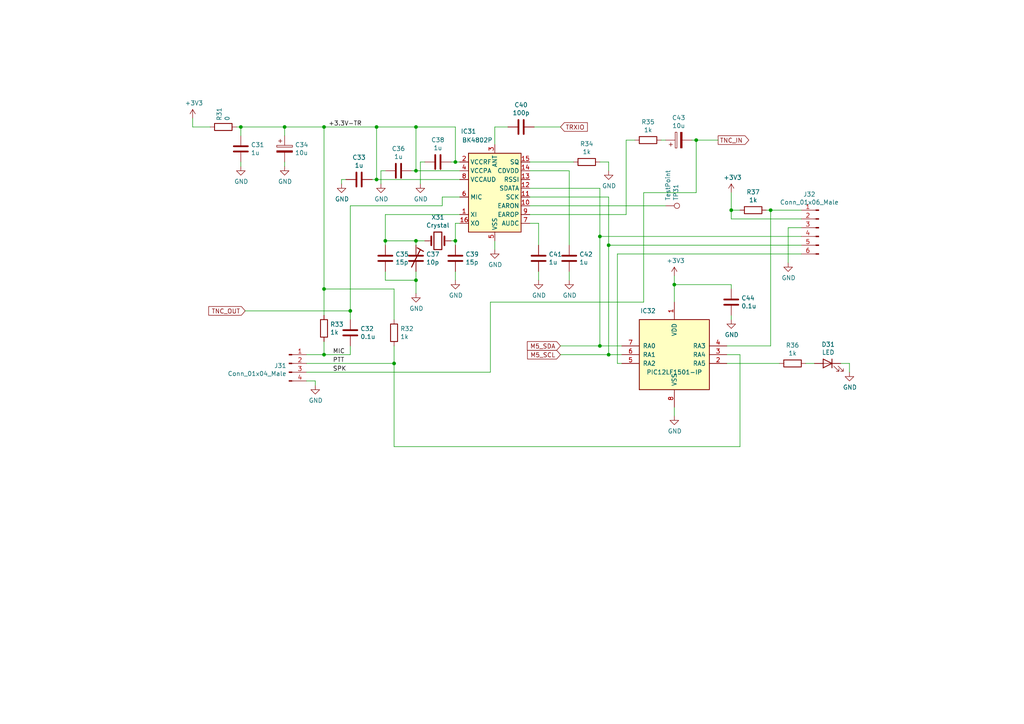
<source format=kicad_sch>
(kicad_sch (version 20211123) (generator eeschema)
  (paper "A4")
  (lib_symbols
    (symbol "Connector:Conn_01x04_Male" (pin_names (offset 1.016) hide)
      (property "Reference" "J" (at 0 5.08 0))
      (property "Value" "Conn_01x04_Male" (at 0 -7.62 0))
      (symbol "Conn_01x04_Male_1_1"
        (polyline (pts (xy 1.27 -5.08) (xy 0.8636 -5.08)) (stroke (width 0.1524)))
        (polyline (pts (xy 1.27 -2.54) (xy 0.8636 -2.54)) (stroke (width 0.1524)))
        (polyline (pts (xy 1.27 0) (xy 0.8636 0)) (stroke (width 0.1524)))
        (polyline (pts (xy 1.27 2.54) (xy 0.8636 2.54)) (stroke (width 0.1524)))
        (rectangle (start 0.8636 -4.953) (end 0 -5.207) (stroke (width 0.1524)) (fill (type outline)))
        (rectangle (start 0.8636 -2.413) (end 0 -2.667) (stroke (width 0.1524)) (fill (type outline)))
        (rectangle (start 0.8636 0.127) (end 0 -0.127) (stroke (width 0.1524)) (fill (type outline)))
        (rectangle (start 0.8636 2.667) (end 0 2.413) (stroke (width 0.1524)) (fill (type outline)))
        (pin passive line (at 5.08 2.54 180) (length 3.81) (name "Pin_1") (number "1"))
        (pin passive line (at 5.08 0 180) (length 3.81) (name "Pin_2") (number "2"))
        (pin passive line (at 5.08 -2.54 180) (length 3.81) (name "Pin_3") (number "3"))
        (pin passive line (at 5.08 -5.08 180) (length 3.81) (name "Pin_4") (number "4"))
      )
    )
    (symbol "Connector:Conn_01x06_Male" (pin_names (offset 1.016) hide)
      (property "Reference" "J" (at 0 7.62 0))
      (property "Value" "Conn_01x06_Male" (at 0 -10.16 0))
      (symbol "Conn_01x06_Male_1_1"
        (polyline (pts (xy 1.27 -7.62) (xy 0.8636 -7.62)) (stroke (width 0.1524)))
        (polyline (pts (xy 1.27 -5.08) (xy 0.8636 -5.08)) (stroke (width 0.1524)))
        (polyline (pts (xy 1.27 -2.54) (xy 0.8636 -2.54)) (stroke (width 0.1524)))
        (polyline (pts (xy 1.27 0) (xy 0.8636 0)) (stroke (width 0.1524)))
        (polyline (pts (xy 1.27 2.54) (xy 0.8636 2.54)) (stroke (width 0.1524)))
        (polyline (pts (xy 1.27 5.08) (xy 0.8636 5.08)) (stroke (width 0.1524)))
        (rectangle (start 0.8636 -7.493) (end 0 -7.747) (stroke (width 0.1524)) (fill (type outline)))
        (rectangle (start 0.8636 -4.953) (end 0 -5.207) (stroke (width 0.1524)) (fill (type outline)))
        (rectangle (start 0.8636 -2.413) (end 0 -2.667) (stroke (width 0.1524)) (fill (type outline)))
        (rectangle (start 0.8636 0.127) (end 0 -0.127) (stroke (width 0.1524)) (fill (type outline)))
        (rectangle (start 0.8636 2.667) (end 0 2.413) (stroke (width 0.1524)) (fill (type outline)))
        (rectangle (start 0.8636 5.207) (end 0 4.953) (stroke (width 0.1524)) (fill (type outline)))
        (pin passive line (at 5.08 5.08 180) (length 3.81) (name "Pin_1") (number "1"))
        (pin passive line (at 5.08 2.54 180) (length 3.81) (name "Pin_2") (number "2"))
        (pin passive line (at 5.08 0 180) (length 3.81) (name "Pin_3") (number "3"))
        (pin passive line (at 5.08 -2.54 180) (length 3.81) (name "Pin_4") (number "4"))
        (pin passive line (at 5.08 -5.08 180) (length 3.81) (name "Pin_5") (number "5"))
        (pin passive line (at 5.08 -7.62 180) (length 3.81) (name "Pin_6") (number "6"))
      )
    )
    (symbol "Connector:TestPoint" (pin_numbers hide) (pin_names (offset 0.762) hide)
      (property "Reference" "TP" (at 0 6.858 0))
      (property "Value" "TestPoint" (at 0 5.08 0))
      (symbol "TestPoint_0_1"
        (circle (center 0 3.302) (radius 0.762))
      )
      (symbol "TestPoint_1_1"
        (pin passive line (at 0 0 90) (length 2.54) (name "1") (number "1"))
      )
    )
    (symbol "Device:C" (pin_numbers hide) (pin_names (offset 0.254))
      (property "Reference" "C" (at 0.635 2.54 0))
      (property "Value" "C" (at 0.635 -2.54 0))
      (symbol "C_0_1"
        (polyline (pts (xy -2.032 -0.762) (xy 2.032 -0.762)) (stroke (width 0.508)))
        (polyline (pts (xy -2.032 0.762) (xy 2.032 0.762)) (stroke (width 0.508)))
      )
      (symbol "C_1_1"
        (pin passive line (at 0 3.81 270) (length 2.794) (name "~") (number "1"))
        (pin passive line (at 0 -3.81 90) (length 2.794) (name "~") (number "2"))
      )
    )
    (symbol "Device:CP" (pin_numbers hide) (pin_names (offset 0.254))
      (property "Reference" "C" (at 0.635 2.54 0))
      (property "Value" "Device_CP" (at 0.635 -2.54 0))
      (symbol "CP_0_1"
        (rectangle (start -2.286 0.508) (end 2.286 1.016))
        (polyline (pts (xy -1.778 2.286) (xy -0.762 2.286)))
        (polyline (pts (xy -1.27 2.794) (xy -1.27 1.778)))
        (rectangle (start 2.286 -0.508) (end -2.286 -1.016) (fill (type outline)))
      )
      (symbol "CP_1_1"
        (pin passive line (at 0 3.81 270) (length 2.794) (name "~") (number "1"))
        (pin passive line (at 0 -3.81 90) (length 2.794) (name "~") (number "2"))
      )
    )
    (symbol "Device:CTRIM" (pin_numbers hide) (pin_names (offset 0.254) hide)
      (property "Reference" "C" (at 1.524 -2.032 0))
      (property "Value" "Device_CTRIM" (at 3.048 -3.556 0))
      (symbol "CTRIM_0_1"
        (polyline (pts (xy -2.032 -0.762) (xy 2.032 -0.762)) (stroke (width 0.508)))
        (polyline (pts (xy -2.032 0.762) (xy 2.032 0.762)) (stroke (width 0.508)))
        (polyline (pts (xy 1.27 2.54) (xy -1.27 -2.54)) (stroke (width 0.3048)))
        (polyline (pts (xy 1.27 2.54) (xy 0.381 3.048)) (stroke (width 0.3048)))
        (polyline (pts (xy 1.27 2.54) (xy 2.159 2.032)) (stroke (width 0.3048)))
      )
      (symbol "CTRIM_1_1"
        (pin passive line (at 0 3.81 270) (length 3.048) (name "~") (number "1"))
        (pin passive line (at 0 -3.81 90) (length 3.048) (name "~") (number "2"))
      )
    )
    (symbol "Device:Crystal" (pin_numbers hide) (pin_names (offset 1.016) hide)
      (property "Reference" "Y" (at 0 3.81 0))
      (property "Value" "Crystal" (at 0 -3.81 0))
      (symbol "Crystal_0_1"
        (rectangle (start -1.143 2.54) (end 1.143 -2.54) (stroke (width 0.3048)))
        (polyline (pts (xy -2.54 0) (xy -1.905 0)))
        (polyline (pts (xy -1.905 -1.27) (xy -1.905 1.27)) (stroke (width 0.508)))
        (polyline (pts (xy 1.905 -1.27) (xy 1.905 1.27)) (stroke (width 0.508)))
        (polyline (pts (xy 2.54 0) (xy 1.905 0)))
      )
      (symbol "Crystal_1_1"
        (pin passive line (at -3.81 0 0) (length 1.27) (name "1") (number "1"))
        (pin passive line (at 3.81 0 180) (length 1.27) (name "2") (number "2"))
      )
    )
    (symbol "Device:LED" (pin_numbers hide) (pin_names (offset 1.016) hide)
      (property "Reference" "D" (at 0 2.54 0))
      (property "Value" "LED" (at 0 -2.54 0))
      (symbol "LED_0_1"
        (polyline (pts (xy -1.27 -1.27) (xy -1.27 1.27)) (stroke (width 0.254)))
        (polyline (pts (xy -1.27 0) (xy 1.27 0)))
        (polyline (pts (xy 1.27 -1.27) (xy 1.27 1.27) (xy -1.27 0) (xy 1.27 -1.27)) (stroke (width 0.254)))
        (polyline (pts (xy -3.048 -0.762) (xy -4.572 -2.286) (xy -3.81 -2.286) (xy -4.572 -2.286) (xy -4.572 -1.524)))
        (polyline (pts (xy -1.778 -0.762) (xy -3.302 -2.286) (xy -2.54 -2.286) (xy -3.302 -2.286) (xy -3.302 -1.524)))
      )
      (symbol "LED_1_1"
        (pin passive line (at -3.81 0 0) (length 2.54) (name "K") (number "1"))
        (pin passive line (at 3.81 0 180) (length 2.54) (name "A") (number "2"))
      )
    )
    (symbol "Device:R" (pin_numbers hide) (pin_names (offset 0))
      (property "Reference" "R" (at 2.032 0 90))
      (property "Value" "R" (at 0 0 90))
      (symbol "R_0_1"
        (rectangle (start -1.016 -2.54) (end 1.016 2.54) (stroke (width 0.254)))
      )
      (symbol "R_1_1"
        (pin passive line (at 0 3.81 270) (length 1.27) (name "~") (number "1"))
        (pin passive line (at 0 -3.81 90) (length 1.27) (name "~") (number "2"))
      )
    )
    (symbol "MCU_Microchip_PIC12:PIC12LF1501-IP" (pin_names (offset 1.016))
      (property "Reference" "U" (at 1.27 13.97 0))
      (property "Value" "PIC12LF1501-IP" (at 1.27 11.43 0))
      (symbol "PIC12LF1501-IP_0_1"
        (rectangle (start 10.16 -10.16) (end -10.16 10.16) (stroke (width 0.254)) (fill (type background)))
      )
      (symbol "PIC12LF1501-IP_1_1"
        (pin power_in line (at 0 15.24 270) (length 5.08) (name "VDD") (number "1"))
        (pin bidirectional line (at 15.24 -2.54 180) (length 5.08) (name "RA5") (number "2"))
        (pin bidirectional line (at 15.24 0 180) (length 5.08) (name "RA4") (number "3"))
        (pin input line (at 15.24 2.54 180) (length 5.08) (name "RA3") (number "4"))
        (pin bidirectional line (at -15.24 -2.54 0) (length 5.08) (name "RA2") (number "5"))
        (pin bidirectional line (at -15.24 0 0) (length 5.08) (name "RA1") (number "6"))
        (pin bidirectional line (at -15.24 2.54 0) (length 5.08) (name "RA0") (number "7"))
        (pin power_in line (at 0 -15.24 90) (length 5.08) (name "VSS") (number "8"))
      )
    )
    (symbol "power:+3.3V" (power) (pin_names (offset 0))
      (property "Value" "+3.3V" (at 0 3.556 0))
      (symbol "+3.3V_0_1"
        (polyline (pts (xy -0.762 1.27) (xy 0 2.54)))
        (polyline (pts (xy 0 0) (xy 0 2.54)))
        (polyline (pts (xy 0 2.54) (xy 0.762 1.27)))
      )
      (symbol "+3.3V_1_1"
        (pin power_in line (at 0 0 90) (length 0) hide (name "+3V3") (number "1"))
      )
    )
    (symbol "power:GND" (power) (pin_names (offset 0))
      (property "Value" "GND" (at 0 -3.81 0))
      (symbol "GND_0_1"
        (polyline (pts (xy 0 0) (xy 0 -1.27) (xy 1.27 -1.27) (xy 0 -2.54) (xy -1.27 -1.27) (xy 0 -1.27)))
      )
      (symbol "GND_1_1"
        (pin power_in line (at 0 0 270) (length 0) hide (name "GND") (number "1"))
      )
    )
    (symbol "usr_Library:BK4802P"
      (property "Reference" "IC" (at -7.62 13.97 0))
      (property "Value" "BK4802P" (at 2.54 -11.43 0))
      (symbol "BK4802P_0_1"
        (rectangle (start -7.62 12.7) (end 7.62 -10.16) (stroke (width 0.254)) (fill (type background)))
      )
      (symbol "BK4802P_1_1"
        (pin input line (at -10.16 -5.08 0) (length 2.54) (name "XI") (number "1"))
        (pin output line (at 10.16 -2.54 180) (length 2.54) (name "EARON") (number "10"))
        (pin bidirectional line (at 10.16 0 180) (length 2.54) (name "SCK") (number "11"))
        (pin bidirectional line (at 10.16 2.54 180) (length 2.54) (name "SDATA") (number "12"))
        (pin output line (at 10.16 5.08 180) (length 2.54) (name "RSSI") (number "13"))
        (pin output line (at 10.16 7.62 180) (length 2.54) (name "CDVDD") (number "14"))
        (pin output line (at 10.16 10.16 180) (length 2.54) (name "SQ") (number "15"))
        (pin output line (at -10.16 -7.62 0) (length 2.54) (name "XO") (number "16"))
        (pin power_in line (at -10.16 10.16 0) (length 2.54) (name "VCCRF") (number "2"))
        (pin output line (at 0 15.24 270) (length 2.54) (name "ANT") (number "3"))
        (pin power_in line (at -10.16 7.62 0) (length 2.54) (name "VCCPA") (number "4"))
        (pin power_in line (at 0 -12.7 90) (length 2.54) (name "VSS") (number "5"))
        (pin input line (at -10.16 0 0) (length 2.54) (name "MIC") (number "6"))
        (pin output line (at 10.16 -7.62 180) (length 2.54) (name "AUDC") (number "7"))
        (pin power_in line (at -10.16 5.08 0) (length 2.54) (name "VCCAUD") (number "8"))
        (pin output line (at 10.16 -5.08 180) (length 2.54) (name "EAROP") (number "9"))
      )
    )
  )
  (junction (at 173.99 68.58))
  (junction (at 109.22 52.07))
  (junction (at 176.53 102.87))
  (junction (at 101.6 90.17))
  (junction (at 173.99 100.33))
  (junction (at 132.08 46.99))
  (junction (at 93.98 102.87))
  (junction (at 176.53 71.12))
  (junction (at 109.22 36.83))
  (junction (at 212.09 60.96))
  (junction (at 120.65 49.53))
  (junction (at 111.76 69.85))
  (junction (at 120.65 36.83))
  (junction (at 93.98 36.83))
  (junction (at 93.98 83.82))
  (junction (at 201.93 40.64))
  (junction (at 223.52 60.96))
  (junction (at 120.65 69.85))
  (junction (at 82.55 36.83))
  (junction (at 69.85 36.83))
  (junction (at 114.3 105.41))
  (junction (at 132.08 69.85))
  (junction (at 195.58 82.55))
  (junction (at 120.65 81.28))
  (wire (pts (xy 101.6 59.69) (xy 101.6 90.17)))
  (wire (pts (xy 165.1 78.74) (xy 165.1 81.28)))
  (wire (pts (xy 212.09 91.44) (xy 212.09 92.71)))
  (wire (pts (xy 212.09 55.88) (xy 212.09 60.96)))
  (wire (pts (xy 162.56 102.87) (xy 176.53 102.87)))
  (wire (pts (xy 143.51 36.83) (xy 143.51 41.91)))
  (wire (pts (xy 212.09 83.82) (xy 212.09 82.55)))
  (wire (pts (xy 99.06 53.34) (xy 99.06 52.07)))
  (wire (pts (xy 173.99 100.33) (xy 162.56 100.33)))
  (wire (pts (xy 153.67 59.69) (xy 193.04 59.69)))
  (wire (pts (xy 128.27 57.15) (xy 128.27 59.69)))
  (wire (pts (xy 120.65 81.28) (xy 120.65 85.09)))
  (wire (pts (xy 180.34 102.87) (xy 176.53 102.87)))
  (wire (pts (xy 186.69 87.63) (xy 142.24 87.63)))
  (wire (pts (xy 214.63 129.54) (xy 114.3 129.54)))
  (wire (pts (xy 236.22 105.41) (xy 233.68 105.41)))
  (wire (pts (xy 69.85 46.99) (xy 69.85 48.26)))
  (wire (pts (xy 82.55 36.83) (xy 93.98 36.83)))
  (wire (pts (xy 133.35 57.15) (xy 128.27 57.15)))
  (wire (pts (xy 91.44 110.49) (xy 91.44 111.76)))
  (wire (pts (xy 195.58 80.01) (xy 195.58 82.55)))
  (wire (pts (xy 119.38 49.53) (xy 120.65 49.53)))
  (wire (pts (xy 93.98 102.87) (xy 93.98 99.06)))
  (wire (pts (xy 165.1 71.12) (xy 165.1 49.53)))
  (wire (pts (xy 111.76 69.85) (xy 120.65 69.85)))
  (wire (pts (xy 111.76 69.85) (xy 111.76 71.12)))
  (wire (pts (xy 193.04 40.64) (xy 191.77 40.64)))
  (wire (pts (xy 195.58 118.11) (xy 195.58 120.65)))
  (wire (pts (xy 88.9 110.49) (xy 91.44 110.49)))
  (wire (pts (xy 214.63 60.96) (xy 212.09 60.96)))
  (wire (pts (xy 55.88 36.83) (xy 60.96 36.83)))
  (wire (pts (xy 176.53 71.12) (xy 176.53 102.87)))
  (wire (pts (xy 111.76 62.23) (xy 111.76 69.85)))
  (wire (pts (xy 156.21 64.77) (xy 156.21 71.12)))
  (wire (pts (xy 142.24 87.63) (xy 142.24 107.95)))
  (wire (pts (xy 93.98 83.82) (xy 93.98 91.44)))
  (wire (pts (xy 99.06 52.07) (xy 100.33 52.07)))
  (wire (pts (xy 201.93 40.64) (xy 201.93 55.88)))
  (wire (pts (xy 82.55 39.37) (xy 82.55 36.83)))
  (wire (pts (xy 143.51 36.83) (xy 147.32 36.83)))
  (wire (pts (xy 210.82 100.33) (xy 223.52 100.33)))
  (wire (pts (xy 173.99 46.99) (xy 176.53 46.99)))
  (wire (pts (xy 201.93 40.64) (xy 200.66 40.64)))
  (wire (pts (xy 195.58 82.55) (xy 195.58 87.63)))
  (wire (pts (xy 153.67 57.15) (xy 176.53 57.15)))
  (wire (pts (xy 132.08 64.77) (xy 132.08 69.85)))
  (wire (pts (xy 153.67 54.61) (xy 173.99 54.61)))
  (wire (pts (xy 114.3 83.82) (xy 93.98 83.82)))
  (wire (pts (xy 93.98 36.83) (xy 109.22 36.83)))
  (wire (pts (xy 69.85 36.83) (xy 69.85 39.37)))
  (wire (pts (xy 120.65 49.53) (xy 133.35 49.53)))
  (wire (pts (xy 101.6 90.17) (xy 101.6 92.71)))
  (wire (pts (xy 162.56 36.83) (xy 154.94 36.83)))
  (wire (pts (xy 123.19 46.99) (xy 121.92 46.99)))
  (wire (pts (xy 173.99 68.58) (xy 173.99 100.33)))
  (wire (pts (xy 121.92 46.99) (xy 121.92 53.34)))
  (wire (pts (xy 246.38 105.41) (xy 246.38 107.95)))
  (wire (pts (xy 184.15 40.64) (xy 181.61 40.64)))
  (wire (pts (xy 82.55 46.99) (xy 82.55 48.26)))
  (wire (pts (xy 232.41 63.5) (xy 212.09 63.5)))
  (wire (pts (xy 179.07 73.66) (xy 179.07 105.41)))
  (wire (pts (xy 201.93 55.88) (xy 186.69 55.88)))
  (wire (pts (xy 88.9 105.41) (xy 114.3 105.41)))
  (wire (pts (xy 109.22 36.83) (xy 120.65 36.83)))
  (wire (pts (xy 101.6 102.87) (xy 93.98 102.87)))
  (wire (pts (xy 156.21 78.74) (xy 156.21 81.28)))
  (wire (pts (xy 111.76 78.74) (xy 111.76 81.28)))
  (wire (pts (xy 222.25 60.96) (xy 223.52 60.96)))
  (wire (pts (xy 223.52 60.96) (xy 232.41 60.96)))
  (wire (pts (xy 132.08 64.77) (xy 133.35 64.77)))
  (wire (pts (xy 181.61 40.64) (xy 181.61 62.23)))
  (wire (pts (xy 114.3 92.71) (xy 114.3 83.82)))
  (wire (pts (xy 166.37 46.99) (xy 153.67 46.99)))
  (wire (pts (xy 132.08 69.85) (xy 130.81 69.85)))
  (wire (pts (xy 176.53 46.99) (xy 176.53 49.53)))
  (wire (pts (xy 232.41 71.12) (xy 176.53 71.12)))
  (wire (pts (xy 120.65 69.85) (xy 123.19 69.85)))
  (wire (pts (xy 120.65 71.12) (xy 120.65 69.85)))
  (wire (pts (xy 212.09 60.96) (xy 212.09 63.5)))
  (wire (pts (xy 195.58 82.55) (xy 212.09 82.55)))
  (wire (pts (xy 210.82 102.87) (xy 214.63 102.87)))
  (wire (pts (xy 109.22 36.83) (xy 109.22 52.07)))
  (wire (pts (xy 133.35 46.99) (xy 132.08 46.99)))
  (wire (pts (xy 223.52 100.33) (xy 223.52 60.96)))
  (wire (pts (xy 228.6 66.04) (xy 228.6 76.2)))
  (wire (pts (xy 186.69 55.88) (xy 186.69 87.63)))
  (wire (pts (xy 71.12 90.17) (xy 101.6 90.17)))
  (wire (pts (xy 69.85 36.83) (xy 82.55 36.83)))
  (wire (pts (xy 111.76 49.53) (xy 110.49 49.53)))
  (wire (pts (xy 101.6 59.69) (xy 128.27 59.69)))
  (wire (pts (xy 120.65 36.83) (xy 132.08 36.83)))
  (wire (pts (xy 201.93 40.64) (xy 208.28 40.64)))
  (wire (pts (xy 132.08 78.74) (xy 132.08 81.28)))
  (wire (pts (xy 142.24 107.95) (xy 88.9 107.95)))
  (wire (pts (xy 93.98 36.83) (xy 93.98 83.82)))
  (wire (pts (xy 153.67 62.23) (xy 181.61 62.23)))
  (wire (pts (xy 68.58 36.83) (xy 69.85 36.83)))
  (wire (pts (xy 111.76 62.23) (xy 133.35 62.23)))
  (wire (pts (xy 111.76 81.28) (xy 120.65 81.28)))
  (wire (pts (xy 176.53 57.15) (xy 176.53 71.12)))
  (wire (pts (xy 210.82 105.41) (xy 226.06 105.41)))
  (wire (pts (xy 243.84 105.41) (xy 246.38 105.41)))
  (wire (pts (xy 153.67 64.77) (xy 156.21 64.77)))
  (wire (pts (xy 173.99 54.61) (xy 173.99 68.58)))
  (wire (pts (xy 179.07 105.41) (xy 180.34 105.41)))
  (wire (pts (xy 132.08 69.85) (xy 132.08 71.12)))
  (wire (pts (xy 232.41 73.66) (xy 179.07 73.66)))
  (wire (pts (xy 110.49 49.53) (xy 110.49 53.34)))
  (wire (pts (xy 55.88 36.83) (xy 55.88 34.29)))
  (wire (pts (xy 107.95 52.07) (xy 109.22 52.07)))
  (wire (pts (xy 180.34 100.33) (xy 173.99 100.33)))
  (wire (pts (xy 114.3 129.54) (xy 114.3 105.41)))
  (wire (pts (xy 214.63 102.87) (xy 214.63 129.54)))
  (wire (pts (xy 132.08 36.83) (xy 132.08 46.99)))
  (wire (pts (xy 93.98 102.87) (xy 88.9 102.87)))
  (wire (pts (xy 232.41 68.58) (xy 173.99 68.58)))
  (wire (pts (xy 114.3 100.33) (xy 114.3 105.41)))
  (wire (pts (xy 232.41 66.04) (xy 228.6 66.04)))
  (wire (pts (xy 165.1 49.53) (xy 153.67 49.53)))
  (wire (pts (xy 109.22 52.07) (xy 133.35 52.07)))
  (wire (pts (xy 143.51 69.85) (xy 143.51 72.39)))
  (wire (pts (xy 120.65 36.83) (xy 120.65 49.53)))
  (wire (pts (xy 132.08 46.99) (xy 130.81 46.99)))
  (wire (pts (xy 101.6 100.33) (xy 101.6 102.87)))
  (wire (pts (xy 120.65 78.74) (xy 120.65 81.28)))
  (label "PTT" (at 96.52 105.41 0))
  (label "MIC" (at 96.52 102.87 0))
  (label "+3.3V-TR" (at 95.25 36.83 0))
  (label "SPK" (at 96.52 107.95 0))
  (global_label "TRXIO" (shape input) (at 162.56 36.83 0) (property "Intersheet References" "${INTERSHEET_REFS}" (effects hide)))
  (global_label "M5_SCL" (shape input) (at 162.56 102.87 180) (property "Intersheet References" "${INTERSHEET_REFS}" (effects hide)))
  (global_label "TNC_IN" (shape output) (at 208.28 40.64 0) (property "Intersheet References" "${INTERSHEET_REFS}" (effects hide)))
  (global_label "M5_SDA" (shape input) (at 162.56 100.33 180) (property "Intersheet References" "${INTERSHEET_REFS}" (effects hide)))
  (global_label "TNC_OUT" (shape input) (at 71.12 90.17 180) (property "Intersheet References" "${INTERSHEET_REFS}" (effects hide)))
  (symbol (lib_id "usr_Library:BK4802P") (at 143.51 57.15 0) (unit 1)
    (property "Reference" "IC31" (at 135.89 38.1 0))
    (property "Value" "BK4802P" (at 138.43 40.64 0))
    (property "Footprint" "Package_SO:SO-16_3.9x9.9mm_P1.27mm" (effects hide))
    (property "Datasheet" "http://www.bekencorp.com/en/goods/detail/cid/19.html" (effects hide))
  )
  (symbol (lib_id "Device:Crystal") (at 127 69.85 0) (unit 1)
    (property "Reference" "X31" (at 127 63.0428 0))
    (property "Value" "Crystal" (at 127 65.3542 0))
    (property "Footprint" "UserLib:HC49" (effects hide))
  )
  (symbol (lib_id "Device:C") (at 151.13 36.83 90) (unit 1)
    (property "Reference" "C40" (at 151.13 30.4292 90))
    (property "Value" "100p" (at 151.13 32.7406 90))
    (property "Footprint" "Capacitor_THT:C_Disc_D3.4mm_W2.1mm_P2.50mm" (effects hide))
  )
  (symbol (lib_id "Device:LED") (at 240.03 105.41 0) (mirror y) (unit 1)
    (property "Reference" "D31" (at 240.2078 99.8982 0))
    (property "Value" "LED" (at 240.2078 102.2096 0))
    (property "Footprint" "digikey-footprints:LED_3mm_Radial" (effects hide))
  )
  (symbol (lib_id "MCU_Microchip_PIC12:PIC12LF1501-IP") (at 195.58 102.87 0) (unit 1)
    (property "Reference" "IC32" (at 187.96 90.17 0))
    (property "Value" "PIC12LF1501-IP" (at 195.58 107.95 0))
    (property "Footprint" "Package_SO:SOP-8_3.9x4.9mm_P1.27mm" (effects hide))
    (property "Datasheet" "http://ww1.microchip.com/downloads/en/DeviceDoc/41615A.pdf" (effects hide))
  )
  (symbol (lib_id "Device:C") (at 115.57 49.53 90) (unit 1)
    (property "Reference" "C36" (at 115.57 43.1292 90))
    (property "Value" "1u" (at 115.57 45.4406 90))
    (property "Footprint" "Capacitor_THT:C_Disc_D3.4mm_W2.1mm_P2.50mm" (effects hide))
  )
  (symbol (lib_id "power:GND") (at 121.92 53.34 0) (unit 1)
    (property "Reference" "#PWR0101" (effects hide))
    (property "Value" "GND" (at 122.047 57.7342 0))
  )
  (symbol (lib_id "power:+3.3V") (at 195.58 80.01 0) (unit 1)
    (property "Reference" "#PWR044" (effects hide))
    (property "Value" "+3.3V" (at 195.961 75.6158 0))
  )
  (symbol (lib_id "power:GND") (at 176.53 49.53 0) (unit 1)
    (property "Reference" "#PWR043" (effects hide))
    (property "Value" "GND" (at 176.657 53.9242 0))
  )
  (symbol (lib_id "Device:C") (at 156.21 74.93 0) (unit 1)
    (property "Reference" "C41" (at 159.131 73.7616 0) (effects (justify left)))
    (property "Value" "1u" (at 159.131 76.073 0) (effects (justify left)))
    (property "Footprint" "Capacitor_THT:C_Disc_D3.4mm_W2.1mm_P2.50mm" (effects hide))
  )
  (symbol (lib_id "Device:C") (at 165.1 74.93 0) (unit 1)
    (property "Reference" "C42" (at 168.021 73.7616 0) (effects (justify left)))
    (property "Value" "1u" (at 168.021 76.073 0) (effects (justify left)))
    (property "Footprint" "Capacitor_THT:C_Disc_D3.4mm_W2.1mm_P2.50mm" (effects hide))
  )
  (symbol (lib_id "power:GND") (at 165.1 81.28 0) (unit 1)
    (property "Reference" "#PWR042" (effects hide))
    (property "Value" "GND" (at 165.227 85.6742 0))
  )
  (symbol (lib_id "power:GND") (at 91.44 111.76 0) (unit 1)
    (property "Reference" "#PWR0106" (effects hide))
    (property "Value" "GND" (at 91.567 116.1542 0))
  )
  (symbol (lib_id "power:GND") (at 69.85 48.26 0) (unit 1)
    (property "Reference" "#PWR0107" (effects hide))
    (property "Value" "GND" (at 69.977 52.6542 0))
  )
  (symbol (lib_id "Device:C") (at 69.85 43.18 0) (unit 1)
    (property "Reference" "C31" (at 72.771 42.0116 0) (effects (justify left)))
    (property "Value" "1u" (at 72.771 44.323 0) (effects (justify left)))
    (property "Footprint" "Capacitor_THT:C_Disc_D3.4mm_W2.1mm_P2.50mm" (effects hide))
  )
  (symbol (lib_id "Device:R") (at 170.18 46.99 90) (unit 1)
    (property "Reference" "R34" (at 170.18 41.7322 90))
    (property "Value" "1k" (at 170.18 44.0436 90))
    (property "Footprint" "Resistor_THT:R_Axial_DIN0207_L6.3mm_D2.5mm_P2.54mm_Vertical" (effects hide))
  )
  (symbol (lib_id "Device:C") (at 111.76 74.93 0) (unit 1)
    (property "Reference" "C35" (at 114.681 73.7616 0) (effects (justify left)))
    (property "Value" "15p" (at 114.681 76.073 0) (effects (justify left)))
    (property "Footprint" "Capacitor_THT:C_Disc_D3.4mm_W2.1mm_P2.50mm" (effects hide))
  )
  (symbol (lib_id "Device:C") (at 132.08 74.93 0) (unit 1)
    (property "Reference" "C39" (at 135.001 73.7616 0) (effects (justify left)))
    (property "Value" "15p" (at 135.001 76.073 0) (effects (justify left)))
    (property "Footprint" "Capacitor_THT:C_Disc_D3.4mm_W2.1mm_P2.50mm" (effects hide))
  )
  (symbol (lib_id "power:GND") (at 212.09 92.71 0) (unit 1)
    (property "Reference" "#PWR047" (effects hide))
    (property "Value" "GND" (at 212.217 97.1042 0))
  )
  (symbol (lib_id "power:GND") (at 132.08 81.28 0) (unit 1)
    (property "Reference" "#PWR0112" (effects hide))
    (property "Value" "GND" (at 132.207 85.6742 0))
  )
  (symbol (lib_id "Device:C") (at 127 46.99 90) (unit 1)
    (property "Reference" "C38" (at 127 40.5892 90))
    (property "Value" "1u" (at 127 42.9006 90))
    (property "Footprint" "Capacitor_THT:C_Disc_D3.4mm_W2.1mm_P2.50mm" (effects hide))
  )
  (symbol (lib_id "Device:C") (at 104.14 52.07 90) (unit 1)
    (property "Reference" "C33" (at 104.14 45.6692 90))
    (property "Value" "1u" (at 104.14 47.9806 90))
    (property "Footprint" "Capacitor_THT:C_Disc_D3.4mm_W2.1mm_P2.50mm" (effects hide))
  )
  (symbol (lib_id "power:GND") (at 110.49 53.34 0) (unit 1)
    (property "Reference" "#PWR0104" (effects hide))
    (property "Value" "GND" (at 110.617 57.7342 0))
  )
  (symbol (lib_id "power:GND") (at 99.06 53.34 0) (unit 1)
    (property "Reference" "#PWR0105" (effects hide))
    (property "Value" "GND" (at 99.187 57.7342 0))
  )
  (symbol (lib_id "power:GND") (at 143.51 72.39 0) (unit 1)
    (property "Reference" "#PWR040" (effects hide))
    (property "Value" "GND" (at 143.637 76.7842 0))
  )
  (symbol (lib_id "power:GND") (at 195.58 120.65 0) (unit 1)
    (property "Reference" "#PWR045" (effects hide))
    (property "Value" "GND" (at 195.707 125.0442 0))
  )
  (symbol (lib_id "Device:C") (at 212.09 87.63 0) (unit 1)
    (property "Reference" "C44" (at 215.011 86.4616 0) (effects (justify left)))
    (property "Value" "0.1u" (at 215.011 88.773 0) (effects (justify left)))
    (property "Footprint" "Capacitor_THT:C_Disc_D3.4mm_W2.1mm_P2.50mm" (effects hide))
  )
  (symbol (lib_id "Device:R") (at 229.87 105.41 90) (unit 1)
    (property "Reference" "R36" (at 229.87 100.1522 90))
    (property "Value" "1k" (at 229.87 102.4636 90))
    (property "Footprint" "Resistor_THT:R_Axial_DIN0207_L6.3mm_D2.5mm_P2.54mm_Vertical" (effects hide))
  )
  (symbol (lib_id "power:GND") (at 246.38 107.95 0) (unit 1)
    (property "Reference" "#PWR049" (effects hide))
    (property "Value" "GND" (at 246.507 112.3442 0))
  )
  (symbol (lib_id "power:GND") (at 156.21 81.28 0) (unit 1)
    (property "Reference" "#PWR041" (effects hide))
    (property "Value" "GND" (at 156.337 85.6742 0))
  )
  (symbol (lib_id "Device:R") (at 187.96 40.64 90) (unit 1)
    (property "Reference" "R35" (at 187.96 35.3822 90))
    (property "Value" "1k" (at 187.96 37.6936 90))
    (property "Footprint" "Resistor_THT:R_Axial_DIN0207_L6.3mm_D2.5mm_P2.54mm_Vertical" (effects hide))
  )
  (symbol (lib_id "Device:C") (at 101.6 96.52 0) (unit 1)
    (property "Reference" "C32" (at 104.521 95.3516 0) (effects (justify left)))
    (property "Value" "0.1u" (at 104.521 97.663 0) (effects (justify left)))
    (property "Footprint" "Capacitor_THT:C_Disc_D3.4mm_W2.1mm_P2.50mm" (effects hide))
  )
  (symbol (lib_id "Device:CP") (at 196.85 40.64 90) (unit 1)
    (property "Reference" "C43" (at 196.85 34.163 90))
    (property "Value" "10u" (at 196.85 36.4744 90))
    (property "Footprint" "Capacitor_THT:CP_Radial_Tantal_D5.0mm_P2.50mm" (effects hide))
  )
  (symbol (lib_id "Device:CTRIM") (at 120.65 74.93 0) (unit 1)
    (property "Reference" "C37" (at 123.5964 73.7616 0) (effects (justify left)))
    (property "Value" "10p" (at 123.5964 76.073 0) (effects (justify left)))
    (property "Footprint" "UserLib:C_TRIM_P6.00mm" (effects hide))
  )
  (symbol (lib_id "power:GND") (at 120.65 85.09 0) (unit 1)
    (property "Reference" "#PWR0102" (effects hide))
    (property "Value" "GND" (at 120.777 89.4842 0))
  )
  (symbol (lib_id "power:+3.3V") (at 55.88 34.29 0) (unit 1)
    (property "Reference" "#PWR0108" (effects hide))
    (property "Value" "+3.3V" (at 56.261 29.8958 0))
  )
  (symbol (lib_id "Device:R") (at 114.3 96.52 0) (unit 1)
    (property "Reference" "R32" (at 116.078 95.3516 0) (effects (justify left)))
    (property "Value" "1k" (at 116.078 97.663 0) (effects (justify left)))
    (property "Footprint" "Resistor_THT:R_Axial_DIN0207_L6.3mm_D2.5mm_P2.54mm_Vertical" (effects hide))
  )
  (symbol (lib_id "Device:R") (at 64.77 36.83 90) (unit 1)
    (property "Reference" "R31" (at 63.6016 35.052 0) (effects (justify left)))
    (property "Value" "0" (at 65.913 35.052 0) (effects (justify left)))
    (property "Footprint" "Resistor_THT:R_Axial_DIN0207_L6.3mm_D2.5mm_P2.54mm_Vertical" (effects hide))
  )
  (symbol (lib_id "Connector:TestPoint") (at 193.04 59.69 270) (mirror x) (unit 1)
    (property "Reference" "TP31" (at 196.0372 58.2168 0) (effects (justify left)))
    (property "Value" "TestPoint" (at 193.7258 58.2168 0) (effects (justify left)))
    (property "Footprint" "Connector_PinHeader_2.54mm:PinHeader_1x01_P2.54mm_Vertical" (effects hide))
  )
  (symbol (lib_id "Connector:Conn_01x06_Male") (at 237.49 66.04 0) (mirror y) (unit 1)
    (property "Reference" "J32" (at 234.7468 56.3626 0))
    (property "Value" "Conn_01x06_Male" (at 234.7468 58.674 0))
    (property "Footprint" "Connector_PinHeader_2.54mm:PinHeader_1x06_P2.54mm_Vertical" (effects hide))
  )
  (symbol (lib_id "power:+3.3V") (at 212.09 55.88 0) (unit 1)
    (property "Reference" "#PWR0103" (effects hide))
    (property "Value" "+3.3V" (at 212.471 51.4858 0))
  )
  (symbol (lib_id "Device:R") (at 218.44 60.96 90) (unit 1)
    (property "Reference" "R37" (at 218.44 55.7022 90))
    (property "Value" "1k" (at 218.44 58.0136 90))
    (property "Footprint" "Resistor_THT:R_Axial_DIN0207_L6.3mm_D2.5mm_P2.54mm_Vertical" (effects hide))
  )
  (symbol (lib_id "power:GND") (at 228.6 76.2 0) (unit 1)
    (property "Reference" "#PWR0109" (effects hide))
    (property "Value" "GND" (at 228.727 80.5942 0))
  )
  (symbol (lib_id "Connector:Conn_01x04_Male") (at 83.82 105.41 0) (unit 1)
    (property "Reference" "J31" (at 83.1088 106.0704 0) (effects (justify right)))
    (property "Value" "Conn_01x04_Male" (at 83.1088 108.3818 0) (effects (justify right)))
    (property "Footprint" "Connector_PinHeader_2.54mm:PinHeader_1x04_P2.54mm_Vertical" (effects hide))
  )
  (symbol (lib_id "Device:CP") (at 82.55 43.18 0)
    (property "Reference" "C34" (at 85.5472 42.0116 0) (effects (justify left)))
    (property "Value" "10u" (at 85.5472 44.323 0) (effects (justify left)))
    (property "Footprint" "Capacitor_THT:CP_Radial_Tantal_D7.0mm_P2.50mm" (effects hide))
  )
  (symbol (lib_id "power:GND") (at 82.55 48.26 0) (unit 1)
    (property "Reference" "#PWR0111" (effects hide))
    (property "Value" "GND" (at 82.677 52.6542 0))
  )
  (symbol (lib_id "Device:R") (at 93.98 95.25 0) (unit 1)
    (property "Reference" "R33" (at 95.758 94.0816 0) (effects (justify left)))
    (property "Value" "1k" (at 95.758 96.393 0) (effects (justify left)))
    (property "Footprint" "Resistor_THT:R_Axial_DIN0207_L6.3mm_D2.5mm_P2.54mm_Vertical" (effects hide))
  )
)
</source>
